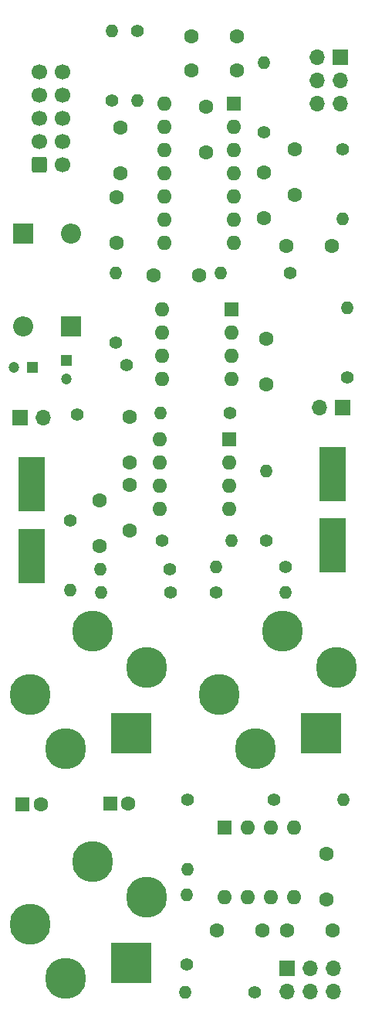
<source format=gts>
G04 #@! TF.GenerationSoftware,KiCad,Pcbnew,(6.0.1)*
G04 #@! TF.CreationDate,2023-06-21T18:57:46+02:00*
G04 #@! TF.ProjectId,output,6f757470-7574-42e6-9b69-6361645f7063,rev?*
G04 #@! TF.SameCoordinates,Original*
G04 #@! TF.FileFunction,Soldermask,Top*
G04 #@! TF.FilePolarity,Negative*
%FSLAX46Y46*%
G04 Gerber Fmt 4.6, Leading zero omitted, Abs format (unit mm)*
G04 Created by KiCad (PCBNEW (6.0.1)) date 2023-06-21 18:57:46*
%MOMM*%
%LPD*%
G01*
G04 APERTURE LIST*
G04 Aperture macros list*
%AMRoundRect*
0 Rectangle with rounded corners*
0 $1 Rounding radius*
0 $2 $3 $4 $5 $6 $7 $8 $9 X,Y pos of 4 corners*
0 Add a 4 corners polygon primitive as box body*
4,1,4,$2,$3,$4,$5,$6,$7,$8,$9,$2,$3,0*
0 Add four circle primitives for the rounded corners*
1,1,$1+$1,$2,$3*
1,1,$1+$1,$4,$5*
1,1,$1+$1,$6,$7*
1,1,$1+$1,$8,$9*
0 Add four rect primitives between the rounded corners*
20,1,$1+$1,$2,$3,$4,$5,0*
20,1,$1+$1,$4,$5,$6,$7,0*
20,1,$1+$1,$6,$7,$8,$9,0*
20,1,$1+$1,$8,$9,$2,$3,0*%
%AMHorizOval*
0 Thick line with rounded ends*
0 $1 width*
0 $2 $3 position (X,Y) of the first rounded end (center of the circle)*
0 $4 $5 position (X,Y) of the second rounded end (center of the circle)*
0 Add line between two ends*
20,1,$1,$2,$3,$4,$5,0*
0 Add two circle primitives to create the rounded ends*
1,1,$1,$2,$3*
1,1,$1,$4,$5*%
G04 Aperture macros list end*
%ADD10R,3.000000X6.000000*%
%ADD11R,1.700000X1.700000*%
%ADD12O,1.700000X1.700000*%
%ADD13C,4.500001*%
%ADD14R,4.500001X4.500001*%
%ADD15C,4.500000*%
%ADD16C,1.600000*%
%ADD17R,2.200000X2.200000*%
%ADD18O,2.200000X2.200000*%
%ADD19RoundRect,0.250000X-0.600000X-0.600000X0.600000X-0.600000X0.600000X0.600000X-0.600000X0.600000X0*%
%ADD20C,1.700000*%
%ADD21C,1.400000*%
%ADD22O,1.400000X1.400000*%
%ADD23R,1.600000X1.600000*%
%ADD24O,1.600000X1.600000*%
%ADD25HorizOval,1.400000X0.000000X0.000000X0.000000X0.000000X0*%
%ADD26R,1.200000X1.200000*%
%ADD27C,1.200000*%
G04 APERTURE END LIST*
D10*
X86550000Y-108000000D03*
X53500000Y-101300000D03*
D11*
X52250000Y-94050000D03*
D12*
X54790000Y-94050000D03*
D13*
X60250000Y-142600000D03*
X66150000Y-146500000D03*
D14*
X64490000Y-153740000D03*
D15*
X53350000Y-149500000D03*
X57250000Y-155400000D03*
D13*
X60250000Y-117450000D03*
X66150000Y-121350000D03*
D14*
X64490000Y-128590000D03*
D15*
X53350000Y-124350000D03*
X57250000Y-130250000D03*
D10*
X86550000Y-100200000D03*
D16*
X72644000Y-65020000D03*
X72644000Y-60020000D03*
D13*
X81050000Y-117450000D03*
X86950000Y-121350000D03*
D14*
X85290000Y-128590000D03*
D15*
X74150000Y-124350000D03*
X78050000Y-130250000D03*
D11*
X87650000Y-92900000D03*
D12*
X85110000Y-92900000D03*
D11*
X87415000Y-54550000D03*
D12*
X84875000Y-54550000D03*
X87415000Y-57090000D03*
X84875000Y-57090000D03*
X87415000Y-59630000D03*
X84875000Y-59630000D03*
D10*
X53500000Y-109200000D03*
D11*
X81525000Y-154360000D03*
D12*
X81525000Y-156900000D03*
X84065000Y-154360000D03*
X84065000Y-156900000D03*
X86605000Y-154360000D03*
X86605000Y-156900000D03*
D16*
X82410000Y-69620000D03*
X82410000Y-64620000D03*
D17*
X57850000Y-84080000D03*
D18*
X57850000Y-73920000D03*
D19*
X54397500Y-66330000D03*
D20*
X56937500Y-66330000D03*
X54397500Y-63790000D03*
X56937500Y-63790000D03*
X54397500Y-61250000D03*
X56937500Y-61250000D03*
X54397500Y-58710000D03*
X56937500Y-58710000D03*
X54397500Y-56170000D03*
X56937500Y-56170000D03*
D21*
X57740000Y-105300000D03*
D22*
X57740000Y-112920000D03*
D21*
X67840000Y-107475000D03*
D22*
X75460000Y-107475000D03*
D23*
X75250000Y-96400000D03*
D24*
X75250000Y-98940000D03*
X75250000Y-101480000D03*
X75250000Y-104020000D03*
X67630000Y-104020000D03*
X67630000Y-101480000D03*
X67630000Y-98940000D03*
X67630000Y-96400000D03*
D16*
X85852000Y-146772000D03*
X85852000Y-141772000D03*
D21*
X81410000Y-110400000D03*
D22*
X73790000Y-110400000D03*
D21*
X80120000Y-135880000D03*
D22*
X87740000Y-135880000D03*
D16*
X79280000Y-90440000D03*
X79280000Y-85440000D03*
D23*
X74686000Y-138948000D03*
D24*
X77226000Y-138948000D03*
X79766000Y-138948000D03*
X82306000Y-138948000D03*
X82306000Y-146568000D03*
X79766000Y-146568000D03*
X77226000Y-146568000D03*
X74686000Y-146568000D03*
D21*
X73815000Y-113175000D03*
D22*
X81435000Y-113175000D03*
D21*
X81910000Y-78250000D03*
D22*
X74290000Y-78250000D03*
D16*
X86460000Y-75245000D03*
X81460000Y-75245000D03*
D17*
X52575000Y-73920000D03*
D18*
X52575000Y-84080000D03*
D23*
X75475000Y-82175000D03*
D24*
X75475000Y-84715000D03*
X75475000Y-87255000D03*
X75475000Y-89795000D03*
X67855000Y-89795000D03*
X67855000Y-87255000D03*
X67855000Y-84715000D03*
X67855000Y-82175000D03*
D21*
X87675000Y-64640000D03*
D22*
X87675000Y-72260000D03*
D23*
X52519888Y-136350000D03*
D16*
X54519888Y-136350000D03*
X63250000Y-67300000D03*
X63250000Y-62300000D03*
X62875000Y-74900000D03*
X62875000Y-69900000D03*
D21*
X68810000Y-113190000D03*
D22*
X61190000Y-113190000D03*
D21*
X62750000Y-85835000D03*
D22*
X62750000Y-78215000D03*
D21*
X65160000Y-51690000D03*
D22*
X65160000Y-59310000D03*
D21*
X70525000Y-153860000D03*
D22*
X70525000Y-146240000D03*
D21*
X70612000Y-135890000D03*
D22*
X70612000Y-143510000D03*
D21*
X75340000Y-93510000D03*
D22*
X67720000Y-93510000D03*
D16*
X71060000Y-52295000D03*
X76060000Y-52295000D03*
D21*
X88175000Y-89610000D03*
D22*
X88175000Y-81990000D03*
D21*
X78010000Y-156950000D03*
D22*
X70390000Y-156950000D03*
D21*
X79010000Y-62805000D03*
D22*
X79010000Y-55185000D03*
D16*
X71060000Y-55995000D03*
X76060000Y-55995000D03*
D21*
X68720000Y-110650000D03*
D22*
X61100000Y-110650000D03*
D21*
X62350000Y-59310000D03*
D22*
X62350000Y-51690000D03*
D16*
X60980000Y-103120000D03*
X60980000Y-108120000D03*
D21*
X58530923Y-93669077D03*
D25*
X63919077Y-88280923D03*
D23*
X62144888Y-136250000D03*
D16*
X64144888Y-136250000D03*
X64300000Y-101400000D03*
X64300000Y-106400000D03*
X66890000Y-78440000D03*
X71890000Y-78440000D03*
X81525000Y-150175000D03*
X86525000Y-150175000D03*
D23*
X75760000Y-59645000D03*
D24*
X75760000Y-62185000D03*
X75760000Y-64725000D03*
X75760000Y-67265000D03*
X75760000Y-69805000D03*
X75760000Y-72345000D03*
X75760000Y-74885000D03*
X68140000Y-74885000D03*
X68140000Y-72345000D03*
X68140000Y-69805000D03*
X68140000Y-67265000D03*
X68140000Y-64725000D03*
X68140000Y-62185000D03*
X68140000Y-59645000D03*
D26*
X57350000Y-87777401D03*
D27*
X57350000Y-89777401D03*
D26*
X53622600Y-88550000D03*
D27*
X51622600Y-88550000D03*
D21*
X79250000Y-107470000D03*
D22*
X79250000Y-99850000D03*
D16*
X79035000Y-67220000D03*
X79035000Y-72220000D03*
X64300000Y-98975000D03*
X64300000Y-93975000D03*
X78825000Y-150175000D03*
X73825000Y-150175000D03*
M02*

</source>
